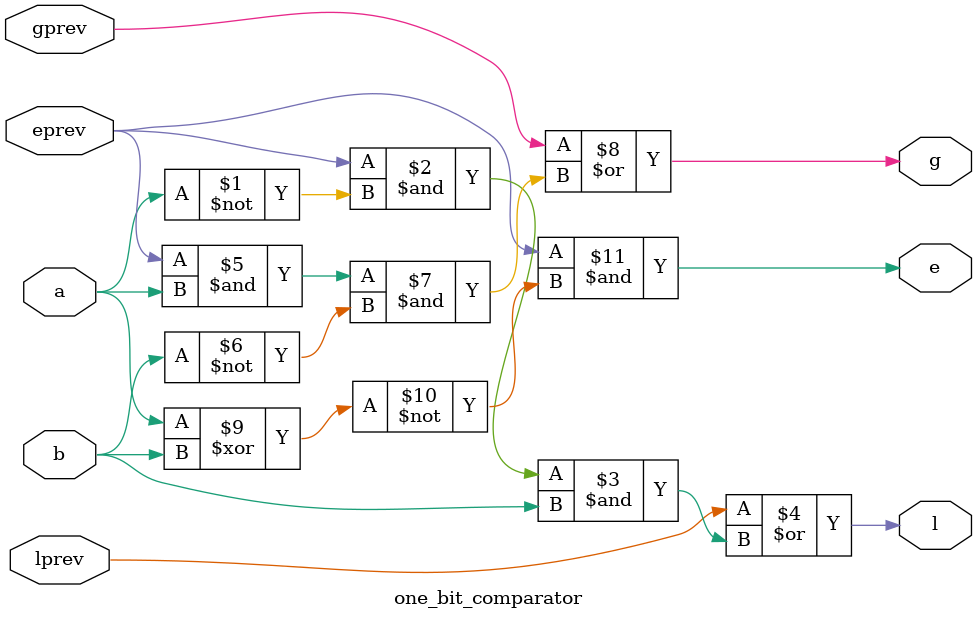
<source format=v>
`timescale 1ns / 1ps
module one_bit_comparator(a, b, lprev, eprev, gprev, l, e, g
    );

	input a, b, lprev, eprev, gprev;
	output l, e, g;
	wire l, e, g;
	
	assign l = lprev | (eprev & ~a & b);
	assign g = gprev | (eprev & a & ~b);
	assign e = eprev & (~(a^b));

endmodule

</source>
